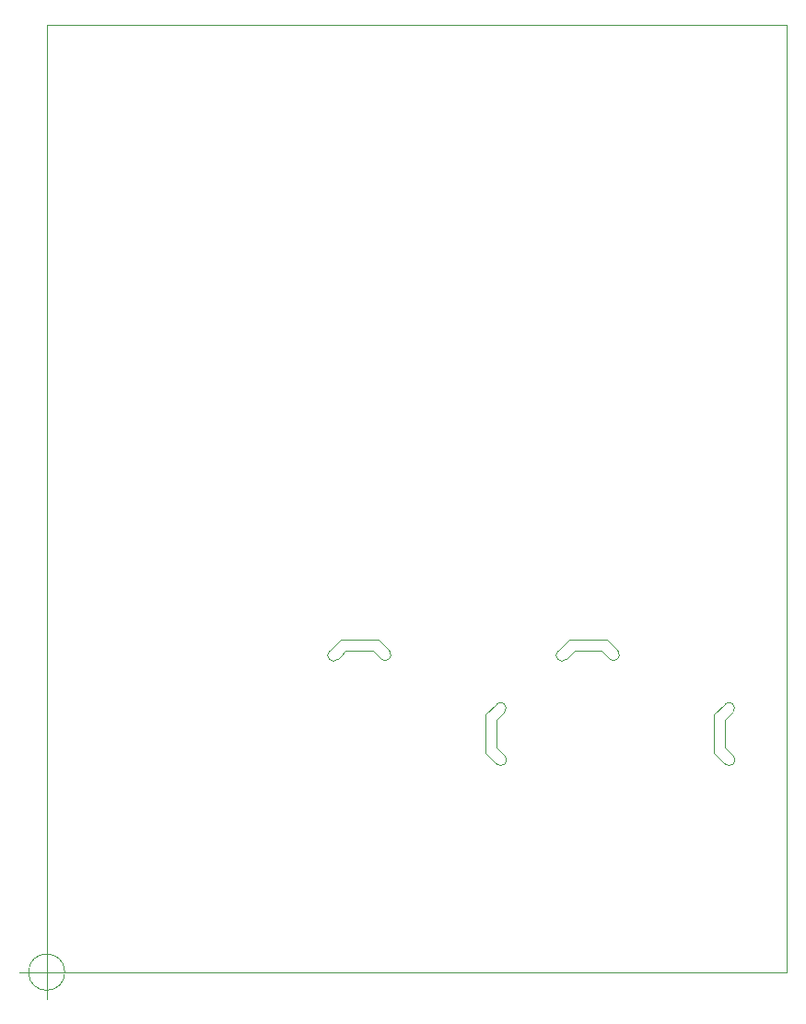
<source format=gbr>
G04 #@! TF.GenerationSoftware,KiCad,Pcbnew,5.1.4-e60b266~84~ubuntu18.04.1*
G04 #@! TF.CreationDate,2019-11-18T12:16:38+01:00*
G04 #@! TF.ProjectId,umi6r2,756d6936-7232-42e6-9b69-6361645f7063,rev?*
G04 #@! TF.SameCoordinates,Original*
G04 #@! TF.FileFunction,Profile,NP*
%FSLAX46Y46*%
G04 Gerber Fmt 4.6, Leading zero omitted, Abs format (unit mm)*
G04 Created by KiCad (PCBNEW 5.1.4-e60b266~84~ubuntu18.04.1) date 2019-11-18 12:16:38*
%MOMM*%
%LPD*%
G04 APERTURE LIST*
%ADD10C,0.050000*%
%ADD11C,0.100000*%
G04 APERTURE END LIST*
D10*
X51666666Y-150000000D02*
G75*
G03X51666666Y-150000000I-1666666J0D01*
G01*
X47500000Y-150000000D02*
X52500000Y-150000000D01*
X50000000Y-147500000D02*
X50000000Y-152500000D01*
X91350000Y-126850000D02*
X91350000Y-129350000D01*
X91350000Y-129350000D02*
X91850000Y-129850000D01*
X91350000Y-126850000D02*
X91850000Y-126350000D01*
X92100000Y-130100000D02*
G75*
G02X91350000Y-130850000I-350000J-400000D01*
G01*
X90350000Y-126350000D02*
X91350000Y-125350000D01*
X91850000Y-129850000D02*
X92100000Y-130100000D01*
X91350000Y-125350000D02*
G75*
G02X92100000Y-126100000I350000J-400000D01*
G01*
X92100000Y-126100000D02*
X91850000Y-126350000D01*
X90350000Y-126350000D02*
X90350000Y-129850000D01*
X90350000Y-129850000D02*
X91350000Y-130850000D01*
X112350000Y-126850000D02*
X112350000Y-129350000D01*
X112350000Y-129350000D02*
X112850000Y-129850000D01*
X112350000Y-126850000D02*
X112850000Y-126350000D01*
X113100000Y-130100000D02*
G75*
G02X112350000Y-130850000I-350000J-400000D01*
G01*
X111350000Y-126350000D02*
X112350000Y-125350000D01*
X112850000Y-129850000D02*
X113100000Y-130100000D01*
X112350000Y-125350000D02*
G75*
G02X113100000Y-126100000I350000J-400000D01*
G01*
X113100000Y-126100000D02*
X112850000Y-126350000D01*
X111350000Y-126350000D02*
X111350000Y-129850000D01*
X111350000Y-129850000D02*
X112350000Y-130850000D01*
X101000000Y-120500000D02*
X98500000Y-120500000D01*
X98500000Y-120500000D02*
X98000000Y-121000000D01*
X101000000Y-120500000D02*
X101500000Y-121000000D01*
X97750000Y-121250000D02*
G75*
G02X97000000Y-120500000I-400000J350000D01*
G01*
X101500000Y-119500000D02*
X102500000Y-120500000D01*
X98000000Y-121000000D02*
X97750000Y-121250000D01*
X102500000Y-120500000D02*
G75*
G02X101750000Y-121250000I-400000J-350000D01*
G01*
X101750000Y-121250000D02*
X101500000Y-121000000D01*
X101500000Y-119500000D02*
X98000000Y-119500000D01*
X98000000Y-119500000D02*
X97000000Y-120500000D01*
X81500000Y-120500000D02*
G75*
G02X80750000Y-121250000I-400000J-350000D01*
G01*
X76750000Y-121250000D02*
G75*
G02X76000000Y-120500000I-400000J350000D01*
G01*
X77000000Y-121000000D02*
X76750000Y-121250000D01*
X80750000Y-121250000D02*
X80500000Y-121000000D01*
X80500000Y-119500000D02*
X81500000Y-120500000D01*
X77000000Y-119500000D02*
X76000000Y-120500000D01*
X80500000Y-119500000D02*
X77000000Y-119500000D01*
X80000000Y-120500000D02*
X80500000Y-121000000D01*
X77500000Y-120500000D02*
X77000000Y-121000000D01*
X80000000Y-120500000D02*
X77500000Y-120500000D01*
D11*
X50000000Y-63000000D02*
X50000000Y-150000000D01*
X118000000Y-63000000D02*
X50000000Y-63000000D01*
X118000000Y-150000000D02*
X118000000Y-63000000D01*
X50000000Y-150000000D02*
X118000000Y-150000000D01*
M02*

</source>
